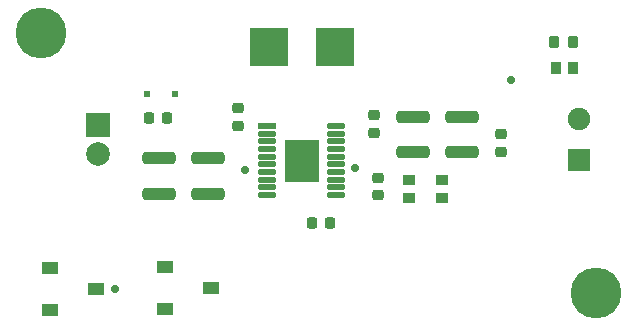
<source format=gts>
G04*
G04 #@! TF.GenerationSoftware,Altium Limited,Altium Designer,19.1.6 (110)*
G04*
G04 Layer_Color=8388736*
%FSLAX43Y43*%
%MOMM*%
G71*
G01*
G75*
%ADD17R,1.600X0.550*%
G04:AMPARAMS|DCode=18|XSize=0.55mm|YSize=1.6mm|CornerRadius=0.163mm|HoleSize=0mm|Usage=FLASHONLY|Rotation=90.000|XOffset=0mm|YOffset=0mm|HoleType=Round|Shape=RoundedRectangle|*
%AMROUNDEDRECTD18*
21,1,0.550,1.275,0,0,90.0*
21,1,0.225,1.600,0,0,90.0*
1,1,0.325,0.638,0.113*
1,1,0.325,0.638,-0.113*
1,1,0.325,-0.638,-0.113*
1,1,0.325,-0.638,0.113*
%
%ADD18ROUNDEDRECTD18*%
%ADD19R,2.850X3.530*%
G04:AMPARAMS|DCode=20|XSize=1mm|YSize=0.9mm|CornerRadius=0.25mm|HoleSize=0mm|Usage=FLASHONLY|Rotation=0.000|XOffset=0mm|YOffset=0mm|HoleType=Round|Shape=RoundedRectangle|*
%AMROUNDEDRECTD20*
21,1,1.000,0.400,0,0,0.0*
21,1,0.500,0.900,0,0,0.0*
1,1,0.500,0.250,-0.200*
1,1,0.500,-0.250,-0.200*
1,1,0.500,-0.250,0.200*
1,1,0.500,0.250,0.200*
%
%ADD20ROUNDEDRECTD20*%
%ADD21R,1.400X1.100*%
%ADD22R,3.300X3.250*%
%ADD23R,0.900X1.000*%
G04:AMPARAMS|DCode=24|XSize=2.8mm|YSize=1.1mm|CornerRadius=0.3mm|HoleSize=0mm|Usage=FLASHONLY|Rotation=0.000|XOffset=0mm|YOffset=0mm|HoleType=Round|Shape=RoundedRectangle|*
%AMROUNDEDRECTD24*
21,1,2.800,0.500,0,0,0.0*
21,1,2.200,1.100,0,0,0.0*
1,1,0.600,1.100,-0.250*
1,1,0.600,-1.100,-0.250*
1,1,0.600,-1.100,0.250*
1,1,0.600,1.100,0.250*
%
%ADD24ROUNDEDRECTD24*%
G04:AMPARAMS|DCode=25|XSize=1mm|YSize=0.9mm|CornerRadius=0.25mm|HoleSize=0mm|Usage=FLASHONLY|Rotation=270.000|XOffset=0mm|YOffset=0mm|HoleType=Round|Shape=RoundedRectangle|*
%AMROUNDEDRECTD25*
21,1,1.000,0.400,0,0,270.0*
21,1,0.500,0.900,0,0,270.0*
1,1,0.500,-0.200,-0.250*
1,1,0.500,-0.200,0.250*
1,1,0.500,0.200,0.250*
1,1,0.500,0.200,-0.250*
%
%ADD25ROUNDEDRECTD25*%
%ADD26R,0.600X0.600*%
G04:AMPARAMS|DCode=27|XSize=1mm|YSize=0.8mm|CornerRadius=0.138mm|HoleSize=0mm|Usage=FLASHONLY|Rotation=90.000|XOffset=0mm|YOffset=0mm|HoleType=Round|Shape=RoundedRectangle|*
%AMROUNDEDRECTD27*
21,1,1.000,0.525,0,0,90.0*
21,1,0.725,0.800,0,0,90.0*
1,1,0.275,0.263,0.363*
1,1,0.275,0.263,-0.363*
1,1,0.275,-0.263,-0.363*
1,1,0.275,-0.263,0.363*
%
%ADD27ROUNDEDRECTD27*%
%ADD28R,1.000X0.900*%
%ADD29R,2.000X2.000*%
%ADD30C,2.000*%
%ADD31C,4.300*%
%ADD32C,1.900*%
%ADD33R,1.900X1.900*%
%ADD34C,0.700*%
D17*
X73200Y78125D02*
D03*
D18*
Y77475D02*
D03*
Y76825D02*
D03*
Y76175D02*
D03*
Y75525D02*
D03*
Y74875D02*
D03*
Y74225D02*
D03*
Y73575D02*
D03*
Y72925D02*
D03*
Y72275D02*
D03*
X79000Y78125D02*
D03*
Y77475D02*
D03*
Y76825D02*
D03*
Y76175D02*
D03*
Y75525D02*
D03*
Y74875D02*
D03*
Y74225D02*
D03*
Y73575D02*
D03*
Y72925D02*
D03*
Y72275D02*
D03*
D19*
X76100Y75200D02*
D03*
D20*
X93000Y75950D02*
D03*
X93000Y77450D02*
D03*
X82200Y79050D02*
D03*
X82200Y77550D02*
D03*
X70700Y79650D02*
D03*
X70700Y78150D02*
D03*
X82600Y73750D02*
D03*
X82600Y72250D02*
D03*
D21*
X64500Y66150D02*
D03*
Y62650D02*
D03*
X68400Y64400D02*
D03*
X54825Y66074D02*
D03*
Y62574D02*
D03*
X58725Y64324D02*
D03*
D22*
X73300Y84800D02*
D03*
X78900D02*
D03*
D23*
X97600Y83000D02*
D03*
X99100Y83000D02*
D03*
D24*
X85500Y75900D02*
D03*
Y78900D02*
D03*
X89700Y75900D02*
D03*
Y78900D02*
D03*
X68200Y75400D02*
D03*
Y72400D02*
D03*
X64000Y75400D02*
D03*
Y72400D02*
D03*
D25*
X63200Y78800D02*
D03*
X64700Y78800D02*
D03*
X77000Y69900D02*
D03*
X78500Y69900D02*
D03*
D26*
X63050Y80800D02*
D03*
X65350D02*
D03*
D27*
X97500Y85200D02*
D03*
X99100Y85200D02*
D03*
D28*
X88000Y72050D02*
D03*
X88000Y73550D02*
D03*
X85200Y72050D02*
D03*
X85200Y73550D02*
D03*
D29*
X58900Y78250D02*
D03*
D30*
Y75750D02*
D03*
D31*
X101000Y64000D02*
D03*
X54000Y86000D02*
D03*
D32*
X99600Y78750D02*
D03*
D33*
Y75250D02*
D03*
D34*
X77100Y73900D02*
D03*
X76100D02*
D03*
X75100D02*
D03*
X77100Y74700D02*
D03*
X76100D02*
D03*
X75100D02*
D03*
X77100Y75600D02*
D03*
X76100D02*
D03*
X75100D02*
D03*
X77100Y76500D02*
D03*
X76100D02*
D03*
X75100D02*
D03*
X80600Y74600D02*
D03*
X93800Y82000D02*
D03*
X71300Y74400D02*
D03*
X60300Y64300D02*
D03*
M02*

</source>
